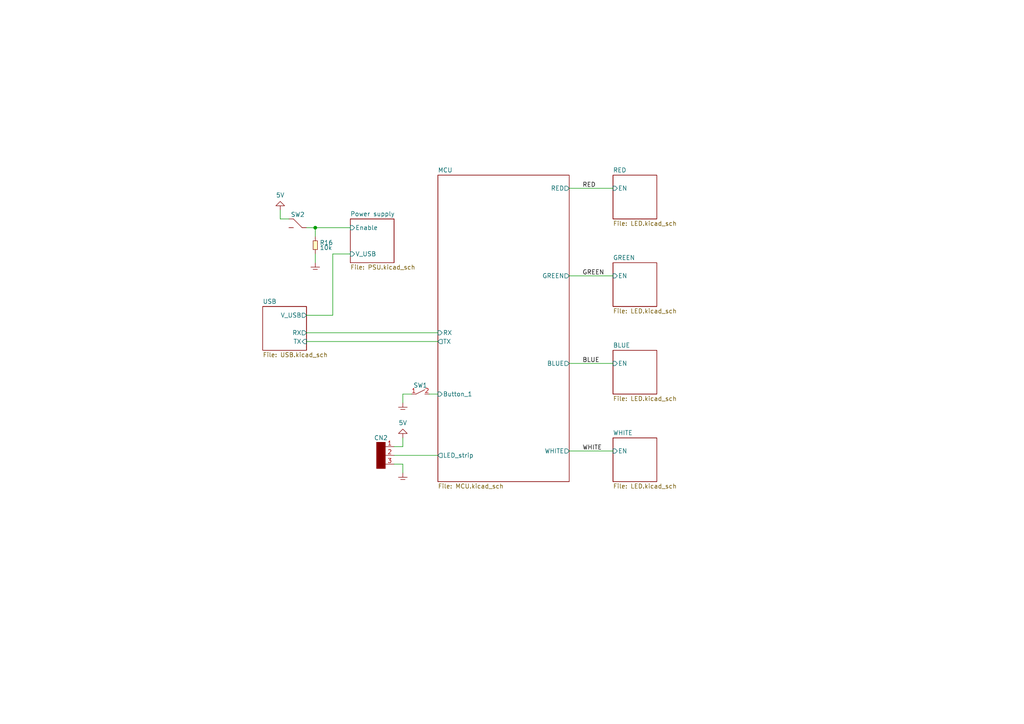
<source format=kicad_sch>
(kicad_sch (version 20230121) (generator eeschema)
  (paper "A4")
  (lib_symbols
    (symbol "generic:5V" (power) (pin_numbers hide) (pin_names (offset 0) hide)
      (property "Value" "5V" (at 0 3.81 0))
      (symbol "5V_0_1"
        (polyline (pts (xy 0 0) (xy 0 1.27) (xy -1.27 1.27) (xy 0 2.54) (xy 1.27 1.27) (xy 0 1.27)))
      )
      (symbol "5V_1_1"
        (pin power_in line (at 0 0 90) (length 2.54) hide (name "5V") (number "~"))
      )
    )
    (symbol "generic:GND" (power) (pin_numbers hide) (pin_names (offset 0) hide)
      (symbol "GND_0_1"
        (polyline (pts (xy -1.27 -1.27) (xy 1.27 -1.27)))
        (polyline (pts (xy 0 -2.54) (xy 0 -2.54)))
        (polyline (pts (xy 0 -1.27) (xy 0 0)))
        (polyline (pts (xy 0.635 -1.905) (xy -0.635 -1.905)))
      )
      (symbol "GND_1_1"
        (pin power_in line (at 0 0 270) (length 2.54) hide (name "GND") (number "~"))
      )
    )
    (symbol "generic:R" (pin_numbers hide) (pin_names (offset 0) hide)
      (property "Reference" "R" (at 0 1.905 0))
      (property "Value" "R" (at 0 -2.54 0))
      (symbol "R_0_1"
        (rectangle (start -1.27 0.635) (end 1.27 -0.635) (fill (type background)))
      )
      (symbol "R_1_1"
        (pin bidirectional line (at -2.54 0 0) (length 1.27) (name "~") (number "1"))
        (pin bidirectional line (at 2.54 0 180) (length 1.27) (name "~") (number "2"))
      )
    )
    (symbol "pin_headers:1x3" (pin_names (offset 1.016))
      (property "Reference" "CN" (at 2.54 5.08 0))
      (symbol "1x3_0_1"
        (rectangle (start 2.54 3.81) (end 5.08 -3.81) (fill (type outline)))
      )
      (symbol "1x3_1_1"
        (pin bidirectional line (at 0 2.54 0) (length 2.54) (name "~") (number "1"))
        (pin bidirectional line (at 0 0 0) (length 2.54) (name "~") (number "2"))
        (pin bidirectional line (at 0 -2.54 0) (length 2.54) (name "~") (number "3"))
      )
    )
    (symbol "switches:JS102011SAQN" (pin_numbers hide) (pin_names (offset 1.016) hide)
      (property "Reference" "SW" (at 0 3.81 0))
      (symbol "JS102011SAQN_0_1"
        (polyline (pts (xy -1.27 0) (xy 1.27 2.54)))
      )
      (symbol "JS102011SAQN_1_1"
        (pin bidirectional line (at 2.54 2.54 180) (length 1.27) (name "~") (number "1"))
        (pin bidirectional line (at -2.54 0 0) (length 1.27) (name "~") (number "2"))
        (pin bidirectional line (at -2.54 0 0) (length 1.27) (name "~") (number "2"))
        (pin bidirectional line (at 2.54 0 180) (length 1.27) (name "~") (number "3"))
        (pin bidirectional line (at 2.54 0 180) (length 1.27) (name "~") (number "4"))
      )
    )
    (symbol "switches:LS12W3-T"
      (property "Reference" "SW" (at 0 2.54 0))
      (symbol "LS12W3-T_0_1"
        (polyline (pts (xy -1.27 0) (xy 1.27 1.27)))
      )
      (symbol "LS12W3-T_1_1"
        (pin bidirectional line (at -2.54 0 0) (length 1.27) (name "~") (number "1"))
        (pin bidirectional line (at 2.54 0 180) (length 1.27) (name "~") (number "2"))
      )
    )
  )
  (junction (at 91.44 66.04))
  (wire (pts (xy 91.44 73.66) (xy 91.44 76.2)))
  (wire (pts (xy 83.82 63.5) (xy 81.28 63.5)))
  (wire (pts (xy 116.84 137.16) (xy 116.84 134.62)))
  (wire (pts (xy 91.44 66.04) (xy 91.44 68.58)))
  (wire (pts (xy 116.84 129.54) (xy 116.84 127)))
  (wire (pts (xy 88.9 99.06) (xy 127 99.06)))
  (wire (pts (xy 165.1 54.61) (xy 177.8 54.61)))
  (wire (pts (xy 165.1 105.41) (xy 177.8 105.41)))
  (wire (pts (xy 116.84 114.3) (xy 116.84 116.84)))
  (wire (pts (xy 124.46 114.3) (xy 127 114.3)))
  (wire (pts (xy 114.3 132.08) (xy 127 132.08)))
  (wire (pts (xy 114.3 129.54) (xy 116.84 129.54)))
  (wire (pts (xy 116.84 114.3) (xy 119.38 114.3)))
  (wire (pts (xy 116.84 134.62) (xy 114.3 134.62)))
  (wire (pts (xy 81.28 63.5) (xy 81.28 60.96)))
  (wire (pts (xy 96.52 91.44) (xy 96.52 73.66)))
  (wire (pts (xy 96.52 91.44) (xy 88.9 91.44)))
  (wire (pts (xy 88.9 66.04) (xy 91.44 66.04)))
  (wire (pts (xy 165.1 80.01) (xy 177.8 80.01)))
  (wire (pts (xy 101.6 73.66) (xy 96.52 73.66)))
  (wire (pts (xy 88.9 96.52) (xy 127 96.52)))
  (wire (pts (xy 91.44 66.04) (xy 101.6 66.04)))
  (wire (pts (xy 165.1 130.81) (xy 177.8 130.81)))
  (label "GREEN" (at 168.91 80.01 0))
  (label "WHITE" (at 168.91 130.81 0))
  (label "BLUE" (at 168.91 105.41 0))
  (label "RED" (at 168.91 54.61 0))
  (symbol (lib_id "generic:GND") (at 116.84 137.16 0) (unit 1)
    (property "Reference" "#GND09" (effects hide))
    (property "Value" "GND" (effects hide))
  )
  (symbol (lib_id "generic:5V") (at 116.84 127 0) (unit 1)
    (property "Reference" "#5V05" (effects hide))
    (property "Value" "5V" (at 116.84 121.92 0) (effects (justify top)))
  )
  (symbol (lib_id "generic:R") (at 91.44 71.12 90) (unit 1)
    (property "Reference" "R16" (at 92.71 71.12 90) (effects (justify right top)))
    (property "Value" "10k" (at 92.71 71.12 90) (effects (justify right bottom)))
    (property "Footprint" "SMT:0603" (effects hide))
    (property "Digi-Key" "13-RC0603JR-1010KLCT-ND" (effects hide))
  )
  (symbol (lib_id "generic:5V") (at 81.28 60.96 0) (unit 1)
    (property "Reference" "#5V04" (effects hide))
    (property "Value" "5V" (at 81.28 55.88 0) (effects (justify top)))
  )
  (symbol (lib_id "switches:LS12W3-T") (at 121.92 114.3 0) (unit 1)
    (property "Reference" "SW1" (at 121.92 111.76 0))
    (property "Value" "LS12W3-T" (effects hide))
    (property "Footprint" "buttons:LS12W3-T" (effects hide))
    (property "Datasheet" "https://ce.citizen.co.jp/productse/tactile_category/tactile_side/detail/LS12" (effects hide))
    (property "Digi-Key" "1642-LS12W3-TCT-ND" (effects hide))
  )
  (symbol (lib_id "pin_headers:1x3") (at 114.3 132.08 0) (mirror y) (unit 1)
    (property "Reference" "CN2" (at 110.49 127 0))
    (property "Value" "1x3" (effects hide))
  )
  (symbol (lib_id "generic:GND") (at 116.84 116.84 0) (unit 1)
    (property "Reference" "#GND0101" (effects hide))
    (property "Value" "GND" (effects hide))
  )
  (symbol (lib_id "switches:JS102011SAQN") (at 86.36 66.04 0) (mirror y) (unit 1)
    (property "Reference" "SW2" (at 86.36 62.23 0))
    (property "Value" "JS102011SAQN" (effects hide))
    (property "Footprint" "buttons:JS102011SAQN" (effects hide))
    (property "Datasheet" "https://www.ckswitches.com/media/1422/js.pdf" (effects hide))
    (property "Digi-Key" "401-1999-1-ND" (effects hide))
  )
  (symbol (lib_id "generic:GND") (at 91.44 76.2 0) (unit 1)
    (property "Reference" "#GND08" (effects hide))
    (property "Value" "GND" (effects hide))
  )
  (sheet (at 177.8 101.6) (size 12.7 12.7) (stroke (width 0.1524))
    (property "Sheetname" "BLUE" (at 177.8 100.8884 0) (effects (justify left bottom)))
    (property "Sheetfile" "LED.kicad_sch" (at 177.8 114.8846 0) (effects (justify left top)))
    (pin "EN" input (at 177.8 105.41 180))
  )
  (sheet (at 177.8 76.2) (size 12.7 12.7) (stroke (width 0.1524))
    (property "Sheetname" "GREEN" (at 177.8 75.4884 0) (effects (justify left bottom)))
    (property "Sheetfile" "LED.kicad_sch" (at 177.8 89.4846 0) (effects (justify left top)))
    (pin "EN" input (at 177.8 80.01 180))
  )
  (sheet (at 177.8 127) (size 12.7 12.7) (stroke (width 0.1524))
    (property "Sheetname" "WHITE" (at 177.8 126.2884 0) (effects (justify left bottom)))
    (property "Sheetfile" "LED.kicad_sch" (at 177.8 140.2846 0) (effects (justify left top)))
    (pin "EN" input (at 177.8 130.81 180))
  )
  (sheet (at 127 50.8) (size 38.1 88.9) (stroke (width 0.1524))
    (property "Sheetname" "MCU" (at 127 50.0884 0) (effects (justify left bottom)))
    (property "Sheetfile" "MCU.kicad_sch" (at 127 140.2846 0) (effects (justify left top)))
    (pin "WHITE" output (at 165.1 130.81 0))
    (pin "GREEN" output (at 165.1 80.01 0))
    (pin "BLUE" output (at 165.1 105.41 0))
    (pin "TX" output (at 127 99.06 180))
    (pin "Button_1" input (at 127 114.3 180))
    (pin "RX" input (at 127 96.52 180))
    (pin "RED" output (at 165.1 54.61 0))
    (pin "LED_strip" output (at 127 132.08 180))
  )
  (sheet (at 101.6 63.5) (size 12.7 12.7) (stroke (width 0.1524))
    (property "Sheetname" "Power supply" (at 101.6 62.7884 0) (effects (justify left bottom)))
    (property "Sheetfile" "PSU.kicad_sch" (at 101.6 76.7846 0) (effects (justify left top)))
    (pin "V_USB" input (at 101.6 73.66 180))
    (pin "Enable" input (at 101.6 66.04 180))
  )
  (sheet (at 177.8 50.8) (size 12.7 12.7) (stroke (width 0.1524))
    (property "Sheetname" "RED" (at 177.8 50.0884 0) (effects (justify left bottom)))
    (property "Sheetfile" "LED.kicad_sch" (at 177.8 64.0846 0) (effects (justify left top)))
    (pin "EN" input (at 177.8 54.61 180))
  )
  (sheet (at 76.2 88.9) (size 12.7 12.7) (stroke (width 0.1524))
    (property "Sheetname" "USB" (at 76.2 88.1884 0) (effects (justify left bottom)))
    (property "Sheetfile" "USB.kicad_sch" (at 76.2 102.1846 0) (effects (justify left top)))
    (pin "RX" output (at 88.9 96.52 0))
    (pin "TX" input (at 88.9 99.06 0))
    (pin "V_USB" output (at 88.9 91.44 0))
  )
)
</source>
